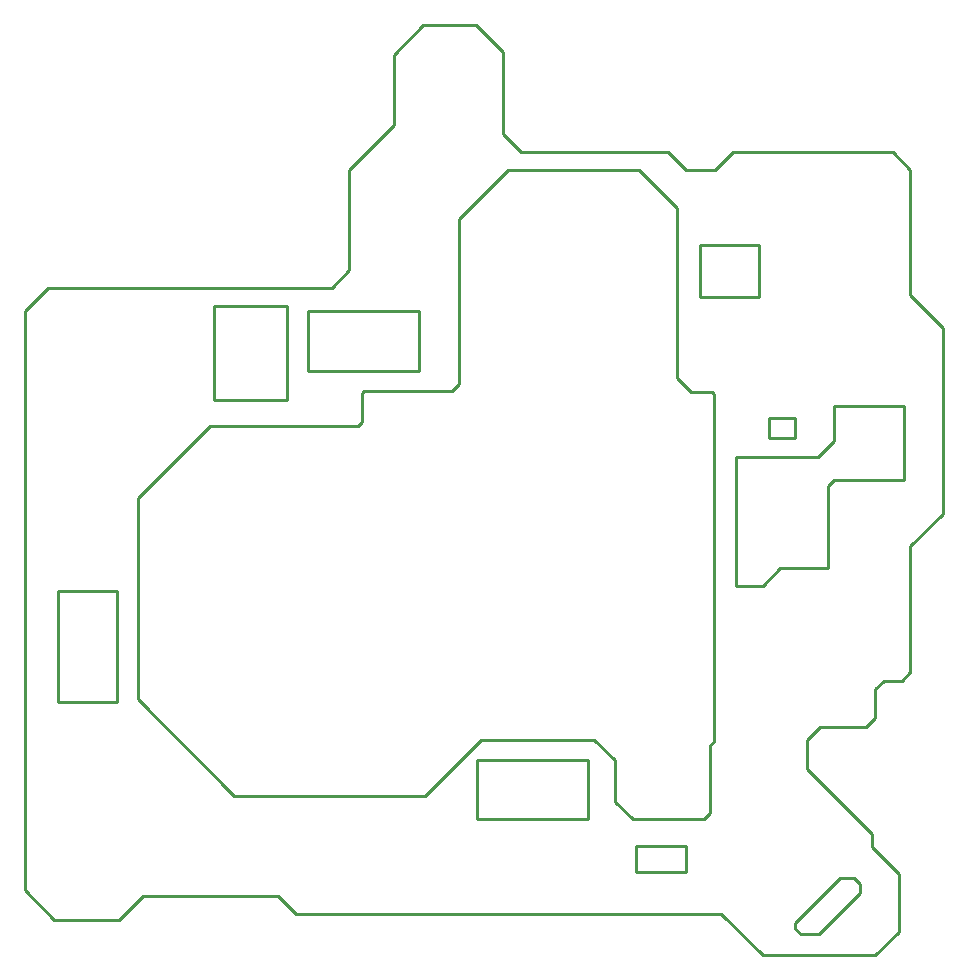
<source format=gko>
G04*
G04 #@! TF.GenerationSoftware,Altium Limited,Altium Designer,20.0.14 (345)*
G04*
G04 Layer_Color=16711935*
%FSLAX43Y43*%
%MOMM*%
G71*
G01*
G75*
%ADD10C,0.254*%
D10*
X99200Y97700D02*
Y102150D01*
X94200D02*
X99200D01*
X94200Y97700D02*
Y102150D01*
Y97700D02*
X99200D01*
X44850Y63400D02*
Y72800D01*
X39850D02*
X44850D01*
X39850Y63400D02*
Y72800D01*
Y63400D02*
X44850D01*
X61000Y91500D02*
Y96500D01*
X70400D01*
Y91500D02*
Y96500D01*
X61000Y91500D02*
X70400D01*
X75300Y53500D02*
Y58500D01*
X84700D01*
Y53500D02*
Y58500D01*
X75300Y53500D02*
X84700D01*
X101000Y74750D02*
X105000D01*
Y81750D01*
X105500Y82250D01*
X111500D01*
Y88500D01*
X105500D02*
X111500D01*
X105500Y85500D02*
Y88500D01*
X104200Y84200D02*
X105500Y85500D01*
X97300Y84200D02*
X104200D01*
X102250Y44250D02*
Y44750D01*
X106000Y48500D01*
X102250Y44250D02*
X102750Y43750D01*
X104250D01*
X107750Y47250D01*
Y48000D01*
X107250Y48500D02*
X107750Y48000D01*
X111000Y44000D02*
Y48875D01*
X108750Y51125D02*
Y52250D01*
Y51125D02*
X111000Y48875D01*
X106000Y48500D02*
X107250D01*
X100000Y85750D02*
Y87500D01*
Y85750D02*
X102250D01*
Y87500D01*
X100000D02*
X102250D01*
X112000Y97875D02*
Y108500D01*
Y97875D02*
X114750Y95125D01*
X112000Y66000D02*
Y76625D01*
X114750Y79375D01*
X99500Y73250D02*
X101000Y74750D01*
X97250Y73250D02*
X99500D01*
X97250D02*
Y84150D01*
X97300Y84200D01*
X73250Y120750D02*
X75250Y120750D01*
X77500Y118500D01*
X70750Y120750D02*
X73250D01*
X68250Y118250D02*
X70750Y120750D01*
X77500Y118500D02*
X77500Y111500D01*
X79000Y110000D01*
X68250Y112250D02*
Y118250D01*
X79000Y110000D02*
X91500D01*
X66000D02*
X68250Y112250D01*
X97000Y110000D02*
X110500D01*
X95500Y108500D02*
X97000Y110000D01*
X91500D02*
X93000Y108500D01*
X53000Y97000D02*
X59250D01*
Y89000D02*
Y97000D01*
X53000Y89000D02*
X59250D01*
X53000D02*
Y97000D01*
X110500Y110000D02*
X112000Y108500D01*
X114750Y79375D02*
Y95125D01*
X93000Y108500D02*
X95500D01*
X64500Y100000D02*
Y108500D01*
X66000Y110000D01*
X37000Y47500D02*
Y96500D01*
X39000Y98500D01*
X63000D01*
X64500Y100000D01*
X111250Y65250D02*
X112000Y66000D01*
X109000Y64500D02*
X109750Y65250D01*
X111250D01*
X109000Y62062D02*
Y64500D01*
X108250Y61312D02*
X109000Y62062D01*
X105312Y61312D02*
X108250D01*
X103250Y60250D02*
X104312Y61312D01*
X105312D01*
X103250Y57750D02*
X108750Y52250D01*
X103250Y57750D02*
Y60250D01*
X73200Y89750D02*
X73800Y90350D01*
X93000Y49000D02*
Y51250D01*
X88750Y49000D02*
X93000D01*
X88750D02*
Y51250D01*
X93000D01*
X87000Y55000D02*
Y58500D01*
Y55000D02*
X88500Y53500D01*
X94500D01*
X95000Y54000D02*
Y59700D01*
X94500Y53500D02*
X95000Y54000D01*
X85250Y60250D02*
X87000Y58500D01*
X75650Y60250D02*
X85250D01*
X95000Y59700D02*
X95400Y60100D01*
X39500Y45000D02*
X45000D01*
X47000Y47000D01*
X58500D01*
X37000Y47500D02*
X39500Y45000D01*
X109000Y42000D02*
X111000Y44000D01*
X99500Y42000D02*
X109000D01*
X96000Y45500D02*
X99500Y42000D01*
X58500Y47000D02*
X60000Y45500D01*
X70900Y55500D02*
X75650Y60250D01*
X54750Y55500D02*
X70900D01*
X46600Y63650D02*
X54750Y55500D01*
X46600Y63650D02*
Y70700D01*
Y75050D01*
Y80700D01*
X52700Y86800D01*
X65200D01*
X65550Y87150D01*
Y89600D01*
X65700Y89750D01*
X73200D01*
X73800Y90350D02*
Y104300D01*
X77950Y108450D01*
X89050D01*
X92250Y105250D01*
Y90850D02*
Y105250D01*
Y90850D02*
X93400Y89700D01*
X95240D01*
X95400Y89540D01*
Y60100D02*
Y89540D01*
X60000Y45500D02*
X96000D01*
M02*

</source>
